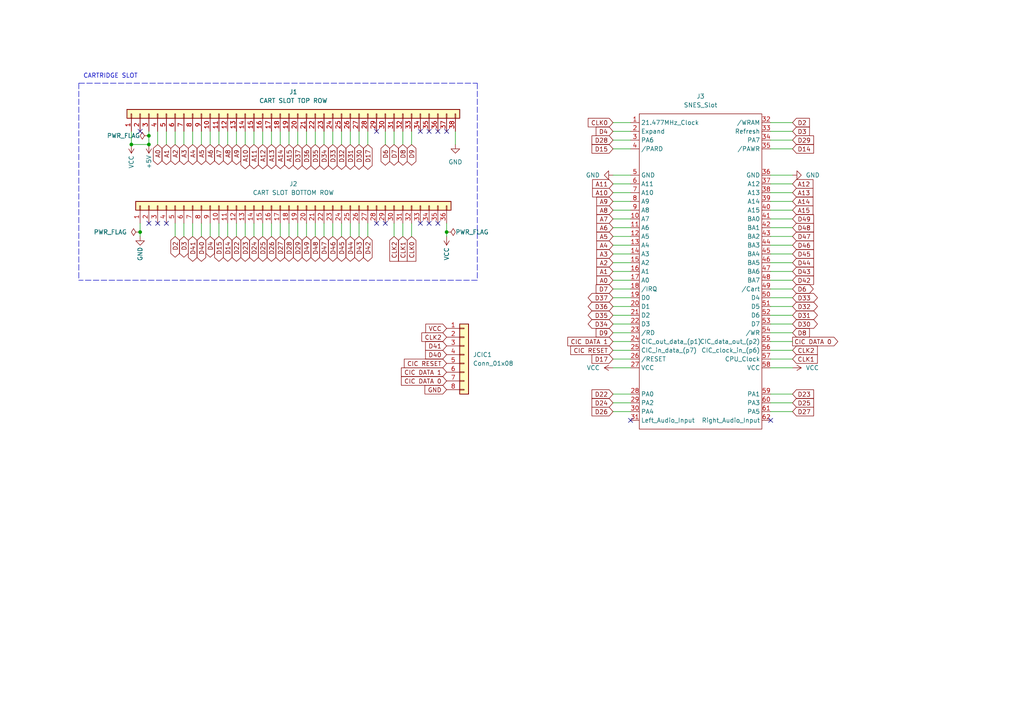
<source format=kicad_sch>
(kicad_sch (version 20211123) (generator eeschema)
  (paper "A4")
  (title_block (title "OSCR SNES ADAPTER") (date "2022-08-01") (rev "V2"))
  (lib_symbols
    (symbol "Connector_Generic:Conn_01x08" (pin_names (offset 1.016) hide)
      (property "Reference" "J" (at 0 10.16 0))
      (property "Value" "Conn_01x08" (at 0 -12.7 0))
      (symbol "Conn_01x08_1_1"
        (rectangle (start -1.27 -10.033) (end 0 -10.287) (stroke (width 0.1524)))
        (rectangle (start -1.27 -7.493) (end 0 -7.747) (stroke (width 0.1524)))
        (rectangle (start -1.27 -4.953) (end 0 -5.207) (stroke (width 0.1524)))
        (rectangle (start -1.27 -2.413) (end 0 -2.667) (stroke (width 0.1524)))
        (rectangle (start -1.27 0.127) (end 0 -0.127) (stroke (width 0.1524)))
        (rectangle (start -1.27 2.667) (end 0 2.413) (stroke (width 0.1524)))
        (rectangle (start -1.27 5.207) (end 0 4.953) (stroke (width 0.1524)))
        (rectangle (start -1.27 7.747) (end 0 7.493) (stroke (width 0.1524)))
        (rectangle (start -1.27 8.89) (end 1.27 -11.43) (stroke (width 0.254)) (fill (type background)))
        (pin passive line (at -5.08 7.62 0) (length 3.81) (name "Pin_1") (number "1"))
        (pin passive line (at -5.08 5.08 0) (length 3.81) (name "Pin_2") (number "2"))
        (pin passive line (at -5.08 2.54 0) (length 3.81) (name "Pin_3") (number "3"))
        (pin passive line (at -5.08 0 0) (length 3.81) (name "Pin_4") (number "4"))
        (pin passive line (at -5.08 -2.54 0) (length 3.81) (name "Pin_5") (number "5"))
        (pin passive line (at -5.08 -5.08 0) (length 3.81) (name "Pin_6") (number "6"))
        (pin passive line (at -5.08 -7.62 0) (length 3.81) (name "Pin_7") (number "7"))
        (pin passive line (at -5.08 -10.16 0) (length 3.81) (name "Pin_8") (number "8"))
      )
    )
    (symbol "Connector_Generic:Conn_01x36" (pin_names (offset 1.016) hide)
      (property "Reference" "J" (at 0 45.72 0))
      (property "Value" "Conn_01x36" (at 0 -48.26 0))
      (symbol "Conn_01x36_1_1"
        (rectangle (start -1.27 -45.593) (end 0 -45.847) (stroke (width 0.1524)))
        (rectangle (start -1.27 -43.053) (end 0 -43.307) (stroke (width 0.1524)))
        (rectangle (start -1.27 -40.513) (end 0 -40.767) (stroke (width 0.1524)))
        (rectangle (start -1.27 -37.973) (end 0 -38.227) (stroke (width 0.1524)))
        (rectangle (start -1.27 -35.433) (end 0 -35.687) (stroke (width 0.1524)))
        (rectangle (start -1.27 -32.893) (end 0 -33.147) (stroke (width 0.1524)))
        (rectangle (start -1.27 -30.353) (end 0 -30.607) (stroke (width 0.1524)))
        (rectangle (start -1.27 -27.813) (end 0 -28.067) (stroke (width 0.1524)))
        (rectangle (start -1.27 -25.273) (end 0 -25.527) (stroke (width 0.1524)))
        (rectangle (start -1.27 -22.733) (end 0 -22.987) (stroke (width 0.1524)))
        (rectangle (start -1.27 -20.193) (end 0 -20.447) (stroke (width 0.1524)))
        (rectangle (start -1.27 -17.653) (end 0 -17.907) (stroke (width 0.1524)))
        (rectangle (start -1.27 -15.113) (end 0 -15.367) (stroke (width 0.1524)))
        (rectangle (start -1.27 -12.573) (end 0 -12.827) (stroke (width 0.1524)))
        (rectangle (start -1.27 -10.033) (end 0 -10.287) (stroke (width 0.1524)))
        (rectangle (start -1.27 -7.493) (end 0 -7.747) (stroke (width 0.1524)))
        (rectangle (start -1.27 -4.953) (end 0 -5.207) (stroke (width 0.1524)))
        (rectangle (start -1.27 -2.413) (end 0 -2.667) (stroke (width 0.1524)))
        (rectangle (start -1.27 0.127) (end 0 -0.127) (stroke (width 0.1524)))
        (rectangle (start -1.27 2.667) (end 0 2.413) (stroke (width 0.1524)))
        (rectangle (start -1.27 5.207) (end 0 4.953) (stroke (width 0.1524)))
        (rectangle (start -1.27 7.747) (end 0 7.493) (stroke (width 0.1524)))
        (rectangle (start -1.27 10.287) (end 0 10.033) (stroke (width 0.1524)))
        (rectangle (start -1.27 12.827) (end 0 12.573) (stroke (width 0.1524)))
        (rectangle (start -1.27 15.367) (end 0 15.113) (stroke (width 0.1524)))
        (rectangle (start -1.27 17.907) (end 0 17.653) (stroke (width 0.1524)))
        (rectangle (start -1.27 20.447) (end 0 20.193) (stroke (width 0.1524)))
        (rectangle (start -1.27 22.987) (end 0 22.733) (stroke (width 0.1524)))
        (rectangle (start -1.27 25.527) (end 0 25.273) (stroke (width 0.1524)))
        (rectangle (start -1.27 28.067) (end 0 27.813) (stroke (width 0.1524)))
        (rectangle (start -1.27 30.607) (end 0 30.353) (stroke (width 0.1524)))
        (rectangle (start -1.27 33.147) (end 0 32.893) (stroke (width 0.1524)))
        (rectangle (start -1.27 35.687) (end 0 35.433) (stroke (width 0.1524)))
        (rectangle (start -1.27 38.227) (end 0 37.973) (stroke (width 0.1524)))
        (rectangle (start -1.27 40.767) (end 0 40.513) (stroke (width 0.1524)))
        (rectangle (start -1.27 43.307) (end 0 43.053) (stroke (width 0.1524)))
        (rectangle (start -1.27 44.45) (end 1.27 -46.99) (stroke (width 0.254)) (fill (type background)))
        (pin passive line (at -5.08 43.18 0) (length 3.81) (name "Pin_1") (number "1"))
        (pin passive line (at -5.08 20.32 0) (length 3.81) (name "Pin_10") (number "10"))
        (pin passive line (at -5.08 17.78 0) (length 3.81) (name "Pin_11") (number "11"))
        (pin passive line (at -5.08 15.24 0) (length 3.81) (name "Pin_12") (number "12"))
        (pin passive line (at -5.08 12.7 0) (length 3.81) (name "Pin_13") (number "13"))
        (pin passive line (at -5.08 10.16 0) (length 3.81) (name "Pin_14") (number "14"))
        (pin passive line (at -5.08 7.62 0) (length 3.81) (name "Pin_15") (number "15"))
        (pin passive line (at -5.08 5.08 0) (length 3.81) (name "Pin_16") (number "16"))
        (pin passive line (at -5.08 2.54 0) (length 3.81) (name "Pin_17") (number "17"))
        (pin passive line (at -5.08 0 0) (length 3.81) (name "Pin_18") (number "18"))
        (pin passive line (at -5.08 -2.54 0) (length 3.81) (name "Pin_19") (number "19"))
        (pin passive line (at -5.08 40.64 0) (length 3.81) (name "Pin_2") (number "2"))
        (pin passive line (at -5.08 -5.08 0) (length 3.81) (name "Pin_20") (number "20"))
        (pin passive line (at -5.08 -7.62 0) (length 3.81) (name "Pin_21") (number "21"))
        (pin passive line (at -5.08 -10.16 0) (length 3.81) (name "Pin_22") (number "22"))
        (pin passive line (at -5.08 -12.7 0) (length 3.81) (name "Pin_23") (number "23"))
        (pin passive line (at -5.08 -15.24 0) (length 3.81) (name "Pin_24") (number "24"))
        (pin passive line (at -5.08 -17.78 0) (length 3.81) (name "Pin_25") (number "25"))
        (pin passive line (at -5.08 -20.32 0) (length 3.81) (name "Pin_26") (number "26"))
        (pin passive line (at -5.08 -22.86 0) (length 3.81) (name "Pin_27") (number "27"))
        (pin passive line (at -5.08 -25.4 0) (length 3.81) (name "Pin_28") (number "28"))
        (pin passive line (at -5.08 -27.94 0) (length 3.81) (name "Pin_29") (number "29"))
        (pin passive line (at -5.08 38.1 0) (length 3.81) (name "Pin_3") (number "3"))
        (pin passive line (at -5.08 -30.48 0) (length 3.81) (name "Pin_30") (number "30"))
        (pin passive line (at -5.08 -33.02 0) (length 3.81) (name "Pin_31") (number "31"))
        (pin passive line (at -5.08 -35.56 0) (length 3.81) (name "Pin_32") (number "32"))
        (pin passive line (at -5.08 -38.1 0) (length 3.81) (name "Pin_33") (number "33"))
        (pin passive line (at -5.08 -40.64 0) (length 3.81) (name "Pin_34") (number "34"))
        (pin passive line (at -5.08 -43.18 0) (length 3.81) (name "Pin_35") (number "35"))
        (pin passive line (at -5.08 -45.72 0) (length 3.81) (name "Pin_36") (number "36"))
        (pin passive line (at -5.08 35.56 0) (length 3.81) (name "Pin_4") (number "4"))
        (pin passive line (at -5.08 33.02 0) (length 3.81) (name "Pin_5") (number "5"))
        (pin passive line (at -5.08 30.48 0) (length 3.81) (name "Pin_6") (number "6"))
        (pin passive line (at -5.08 27.94 0) (length 3.81) (name "Pin_7") (number "7"))
        (pin passive line (at -5.08 25.4 0) (length 3.81) (name "Pin_8") (number "8"))
        (pin passive line (at -5.08 22.86 0) (length 3.81) (name "Pin_9") (number "9"))
      )
    )
    (symbol "Connector_Generic:Conn_01x38" (pin_names (offset 1.016) hide)
      (property "Reference" "J" (at 0 48.26 0))
      (property "Value" "Conn_01x38" (at 0 -50.8 0))
      (symbol "Conn_01x38_1_1"
        (rectangle (start -1.27 -48.133) (end 0 -48.387) (stroke (width 0.1524)))
        (rectangle (start -1.27 -45.593) (end 0 -45.847) (stroke (width 0.1524)))
        (rectangle (start -1.27 -43.053) (end 0 -43.307) (stroke (width 0.1524)))
        (rectangle (start -1.27 -40.513) (end 0 -40.767) (stroke (width 0.1524)))
        (rectangle (start -1.27 -37.973) (end 0 -38.227) (stroke (width 0.1524)))
        (rectangle (start -1.27 -35.433) (end 0 -35.687) (stroke (width 0.1524)))
        (rectangle (start -1.27 -32.893) (end 0 -33.147) (stroke (width 0.1524)))
        (rectangle (start -1.27 -30.353) (end 0 -30.607) (stroke (width 0.1524)))
        (rectangle (start -1.27 -27.813) (end 0 -28.067) (stroke (width 0.1524)))
        (rectangle (start -1.27 -25.273) (end 0 -25.527) (stroke (width 0.1524)))
        (rectangle (start -1.27 -22.733) (end 0 -22.987) (stroke (width 0.1524)))
        (rectangle (start -1.27 -20.193) (end 0 -20.447) (stroke (width 0.1524)))
        (rectangle (start -1.27 -17.653) (end 0 -17.907) (stroke (width 0.1524)))
        (rectangle (start -1.27 -15.113) (end 0 -15.367) (stroke (width 0.1524)))
        (rectangle (start -1.27 -12.573) (end 0 -12.827) (stroke (width 0.1524)))
        (rectangle (start -1.27 -10.033) (end 0 -10.287) (stroke (width 0.1524)))
        (rectangle (start -1.27 -7.493) (end 0 -7.747) (stroke (width 0.1524)))
        (rectangle (start -1.27 -4.953) (end 0 -5.207) (stroke (width 0.1524)))
        (rectangle (start -1.27 -2.413) (end 0 -2.667) (stroke (width 0.1524)))
        (rectangle (start -1.27 0.127) (end 0 -0.127) (stroke (width 0.1524)))
        (rectangle (start -1.27 2.667) (end 0 2.413) (stroke (width 0.1524)))
        (rectangle (start -1.27 5.207) (end 0 4.953) (stroke (width 0.1524)))
        (rectangle (start -1.27 7.747) (end 0 7.493) (stroke (width 0.1524)))
        (rectangle (start -1.27 10.287) (end 0 10.033) (stroke (width 0.1524)))
        (rectangle (start -1.27 12.827) (end 0 12.573) (stroke (width 0.1524)))
        (rectangle (start -1.27 15.367) (end 0 15.113) (stroke (width 0.1524)))
        (rectangle (start -1.27 17.907) (end 0 17.653) (stroke (width 0.1524)))
        (rectangle (start -1.27 20.447) (end 0 20.193) (stroke (width 0.1524)))
        (rectangle (start -1.27 22.987) (end 0 22.733) (stroke (width 0.1524)))
        (rectangle (start -1.27 25.527) (end 0 25.273) (stroke (width 0.1524)))
        (rectangle (start -1.27 28.067) (end 0 27.813) (stroke (width 0.1524)))
        (rectangle (start -1.27 30.607) (end 0 30.353) (stroke (width 0.1524)))
        (rectangle (start -1.27 33.147) (end 0 32.893) (stroke (width 0.1524)))
        (rectangle (start -1.27 35.687) (end 0 35.433) (stroke (width 0.1524)))
        (rectangle (start -1.27 38.227) (end 0 37.973) (stroke (width 0.1524)))
        (rectangle (start -1.27 40.767) (end 0 40.513) (stroke (width 0.1524)))
        (rectangle (start -1.27 43.307) (end 0 43.053) (stroke (width 0.1524)))
        (rectangle (start -1.27 45.847) (end 0 45.593) (stroke (width 0.1524)))
        (rectangle (start -1.27 46.99) (end 1.27 -49.53) (stroke (width 0.254)) (fill (type background)))
        (pin passive line (at -5.08 45.72 0) (length 3.81) (name "Pin_1") (number "1"))
        (pin passive line (at -5.08 22.86 0) (length 3.81) (name "Pin_10") (number "10"))
        (pin passive line (at -5.08 20.32 0) (length 3.81) (name "Pin_11") (number "11"))
        (pin passive line (at -5.08 17.78 0) (length 3.81) (name "Pin_12") (number "12"))
        (pin passive line (at -5.08 15.24 0) (length 3.81) (name "Pin_13") (number "13"))
        (pin passive line (at -5.08 12.7 0) (length 3.81) (name "Pin_14") (number "14"))
        (pin passive line (at -5.08 10.16 0) (length 3.81) (name "Pin_15") (number "15"))
        (pin passive line (at -5.08 7.62 0) (length 3.81) (name "Pin_16") (number "16"))
        (pin passive line (at -5.08 5.08 0) (length 3.81) (name "Pin_17") (number "17"))
        (pin passive line (at -5.08 2.54 0) (length 3.81) (name "Pin_18") (number "18"))
        (pin passive line (at -5.08 0 0) (length 3.81) (name "Pin_19") (number "19"))
        (pin passive line (at -5.08 43.18 0) (length 3.81) (name "Pin_2") (number "2"))
        (pin passive line (at -5.08 -2.54 0) (length 3.81) (name "Pin_20") (number "20"))
        (pin passive line (at -5.08 -5.08 0) (length 3.81) (name "Pin_21") (number "21"))
        (pin passive line (at -5.08 -7.62 0) (length 3.81) (name "Pin_22") (number "22"))
        (pin passive line (at -5.08 -10.16 0) (length 3.81) (name "Pin_23") (number "23"))
        (pin passive line (at -5.08 -12.7 0) (length 3.81) (name "Pin_24") (number "24"))
        (pin passive line (at -5.08 -15.24 0) (length 3.81) (name "Pin_25") (number "25"))
        (pin passive line (at -5.08 -17.78 0) (length 3.81) (name "Pin_26") (number "26"))
        (pin passive line (at -5.08 -20.32 0) (length 3.81) (name "Pin_27") (number "27"))
        (pin passive line (at -5.08 -22.86 0) (length 3.81) (name "Pin_28") (number "28"))
        (pin passive line (at -5.08 -25.4 0) (length 3.81) (name "Pin_29") (number "29"))
        (pin passive line (at -5.08 40.64 0) (length 3.81) (name "Pin_3") (number "3"))
        (pin passive line (at -5.08 -27.94 0) (length 3.81) (name "Pin_30") (number "30"))
        (pin passive line (at -5.08 -30.48 0) (length 3.81) (name "Pin_31") (number "31"))
        (pin passive line (at -5.08 -33.02 0) (length 3.81) (name "Pin_32") (number "32"))
        (pin passive line (at -5.08 -35.56 0) (length 3.81) (name "Pin_33") (number "33"))
        (pin passive line (at -5.08 -38.1 0) (length 3.81) (name "Pin_34") (number "34"))
        (pin passive line (at -5.08 -40.64 0) (length 3.81) (name "Pin_35") (number "35"))
        (pin passive line (at -5.08 -43.18 0) (length 3.81) (name "Pin_36") (number "36"))
        (pin passive line (at -5.08 -45.72 0) (length 3.81) (name "Pin_37") (number "37"))
        (pin passive line (at -5.08 -48.26 0) (length 3.81) (name "Pin_38") (number "38"))
        (pin passive line (at -5.08 38.1 0) (length 3.81) (name "Pin_4") (number "4"))
        (pin passive line (at -5.08 35.56 0) (length 3.81) (name "Pin_5") (number "5"))
        (pin passive line (at -5.08 33.02 0) (length 3.81) (name "Pin_6") (number "6"))
        (pin passive line (at -5.08 30.48 0) (length 3.81) (name "Pin_7") (number "7"))
        (pin passive line (at -5.08 27.94 0) (length 3.81) (name "Pin_8") (number "8"))
        (pin passive line (at -5.08 25.4 0) (length 3.81) (name "Pin_9") (number "9"))
      )
    )
    (symbol "power:+5V" (power) (pin_names (offset 0))
      (property "Value" "+5V" (at 0 3.556 0))
      (symbol "+5V_0_1"
        (polyline (pts (xy -0.762 1.27) (xy 0 2.54)))
        (polyline (pts (xy 0 0) (xy 0 2.54)))
        (polyline (pts (xy 0 2.54) (xy 0.762 1.27)))
      )
      (symbol "+5V_1_1"
        (pin power_in line (at 0 0 90) (length 0) hide (name "+5V") (number "1"))
      )
    )
    (symbol "power:GND" (power) (pin_names (offset 0))
      (property "Value" "GND" (at 0 -3.81 0))
      (symbol "GND_0_1"
        (polyline (pts (xy 0 0) (xy 0 -1.27) (xy 1.27 -1.27) (xy 0 -2.54) (xy -1.27 -1.27) (xy 0 -1.27)))
      )
      (symbol "GND_1_1"
        (pin power_in line (at 0 0 270) (length 0) hide (name "GND") (number "1"))
      )
    )
    (symbol "power:PWR_FLAG" (power) (pin_numbers hide) (pin_names (offset 0) hide)
      (property "Value" "PWR_FLAG" (at 0 3.81 0))
      (symbol "PWR_FLAG_0_0"
        (pin power_out line (at 0 0 90) (length 0) (name "pwr") (number "1"))
      )
      (symbol "PWR_FLAG_0_1"
        (polyline (pts (xy 0 0) (xy 0 1.27) (xy -1.016 1.905) (xy 0 2.54) (xy 1.016 1.905) (xy 0 1.27)))
      )
    )
    (symbol "power:VCC" (power) (pin_names (offset 0))
      (property "Value" "VCC" (at 0 3.81 0))
      (symbol "VCC_0_1"
        (polyline (pts (xy -0.762 1.27) (xy 0 2.54)))
        (polyline (pts (xy 0 0) (xy 0 2.54)))
        (polyline (pts (xy 0 2.54) (xy 0.762 1.27)))
      )
      (symbol "VCC_1_1"
        (pin power_in line (at 0 0 90) (length 0) hide (name "VCC") (number "1"))
      )
    )
    (symbol "sanni:SNES_Slot"
      (property "Reference" "J" (at 12.7 45.72 0))
      (property "Value" "SNES_Slot" (at -11.43 45.72 0))
      (symbol "SNES_Slot_0_1"
        (rectangle (start -16.51 44.45) (end 19.05 -46.99) (stroke (width 0.1524)))
      )
      (symbol "SNES_Slot_1_1"
        (pin input line (at -19.05 41.91 0) (length 2.54) (name "21.477MHz_Clock") (number "1"))
        (pin input line (at -19.05 13.97 0) (length 2.54) (name "A7") (number "10"))
        (pin input line (at -19.05 11.43 0) (length 2.54) (name "A6") (number "11"))
        (pin input line (at -19.05 8.89 0) (length 2.54) (name "A5") (number "12"))
        (pin input line (at -19.05 6.35 0) (length 2.54) (name "A4") (number "13"))
        (pin input line (at -19.05 3.81 0) (length 2.54) (name "A3") (number "14"))
        (pin input line (at -19.05 1.27 0) (length 2.54) (name "A2") (number "15"))
        (pin input line (at -19.05 -1.27 0) (length 2.54) (name "A1") (number "16"))
        (pin input line (at -19.05 -3.81 0) (length 2.54) (name "A0") (number "17"))
        (pin input line (at -19.05 -6.35 0) (length 2.54) (name "/IRQ") (number "18"))
        (pin bidirectional line (at -19.05 -8.89 0) (length 2.54) (name "D0") (number "19"))
        (pin input line (at -19.05 39.37 0) (length 2.54) (name "Expand") (number "2"))
        (pin bidirectional line (at -19.05 -11.43 0) (length 2.54) (name "D1") (number "20"))
        (pin bidirectional line (at -19.05 -13.97 0) (length 2.54) (name "D2") (number "21"))
        (pin bidirectional line (at -19.05 -16.51 0) (length 2.54) (name "D3") (number "22"))
        (pin input line (at -19.05 -19.05 0) (length 2.54) (name "/RD") (number "23"))
        (pin output line (at -19.05 -21.59 0) (length 2.54) (name "CIC_out_data_(p1)") (number "24"))
        (pin input line (at -19.05 -24.13 0) (length 2.54) (name "CIC_in_data_(p7)") (number "25"))
        (pin input line (at -19.05 -26.67 0) (length 2.54) (name "/RESET") (number "26"))
        (pin power_in line (at -19.05 -29.21 0) (length 2.54) (name "VCC") (number "27"))
        (pin input line (at -19.05 -36.83 0) (length 2.54) (name "PA0") (number "28"))
        (pin input line (at -19.05 -39.37 0) (length 2.54) (name "PA2") (number "29"))
        (pin input line (at -19.05 36.83 0) (length 2.54) (name "PA6") (number "3"))
        (pin input line (at -19.05 -41.91 0) (length 2.54) (name "PA4") (number "30"))
        (pin input line (at -19.05 -44.45 0) (length 2.54) (name "Left_Audio_Input") (number "31"))
        (pin input line (at 21.59 41.91 180) (length 2.54) (name "/WRAM") (number "32"))
        (pin input line (at 21.59 39.37 180) (length 2.54) (name "Refresh") (number "33"))
        (pin input line (at 21.59 36.83 180) (length 2.54) (name "PA7") (number "34"))
        (pin input line (at 21.59 34.29 180) (length 2.54) (name "/PAWR") (number "35"))
        (pin power_in line (at 21.59 26.67 180) (length 2.54) (name "GND") (number "36"))
        (pin input line (at 21.59 24.13 180) (length 2.54) (name "A12") (number "37"))
        (pin input line (at 21.59 21.59 180) (length 2.54) (name "A13") (number "38"))
        (pin input line (at 21.59 19.05 180) (length 2.54) (name "A14") (number "39"))
        (pin input line (at -19.05 34.29 0) (length 2.54) (name "/PARD") (number "4"))
        (pin input line (at 21.59 16.51 180) (length 2.54) (name "A15") (number "40"))
        (pin input line (at 21.59 13.97 180) (length 2.54) (name "BA0") (number "41"))
        (pin input line (at 21.59 11.43 180) (length 2.54) (name "BA1") (number "42"))
        (pin input line (at 21.59 8.89 180) (length 2.54) (name "BA2") (number "43"))
        (pin input line (at 21.59 6.35 180) (length 2.54) (name "BA3") (number "44"))
        (pin input line (at 21.59 3.81 180) (length 2.54) (name "BA4") (number "45"))
        (pin input line (at 21.59 1.27 180) (length 2.54) (name "BA5") (number "46"))
        (pin input line (at 21.59 -1.27 180) (length 2.54) (name "BA6") (number "47"))
        (pin input line (at 21.59 -3.81 180) (length 2.54) (name "BA7") (number "48"))
        (pin input line (at 21.59 -6.35 180) (length 2.54) (name "/Cart") (number "49"))
        (pin power_in line (at -19.05 26.67 0) (length 2.54) (name "GND") (number "5"))
        (pin bidirectional line (at 21.59 -8.89 180) (length 2.54) (name "D4") (number "50"))
        (pin bidirectional line (at 21.59 -11.43 180) (length 2.54) (name "D5") (number "51"))
        (pin bidirectional line (at 21.59 -13.97 180) (length 2.54) (name "D6") (number "52"))
        (pin bidirectional line (at 21.59 -16.51 180) (length 2.54) (name "D7") (number "53"))
        (pin input line (at 21.59 -19.05 180) (length 2.54) (name "/WR") (number "54"))
        (pin output line (at 21.59 -21.59 180) (length 2.54) (name "CIC_data_out_(p2)") (number "55"))
        (pin input line (at 21.59 -24.13 180) (length 2.54) (name "CIC_clock_in_(p6)") (number "56"))
        (pin input line (at 21.59 -26.67 180) (length 2.54) (name "CPU_Clock") (number "57"))
        (pin power_in line (at 21.59 -29.21 180) (length 2.54) (name "VCC") (number "58"))
        (pin input line (at 21.59 -36.83 180) (length 2.54) (name "PA1") (number "59"))
        (pin input line (at -19.05 24.13 0) (length 2.54) (name "A11") (number "6"))
        (pin input line (at 21.59 -39.37 180) (length 2.54) (name "PA3") (number "60"))
        (pin input line (at 21.59 -41.91 180) (length 2.54) (name "PA5") (number "61"))
        (pin input line (at 21.59 -44.45 180) (length 2.54) (name "Right_Audio_Input") (number "62"))
        (pin input line (at -19.05 21.59 0) (length 2.54) (name "A10") (number "7"))
        (pin input line (at -19.05 19.05 0) (length 2.54) (name "A9") (number "8"))
        (pin input line (at -19.05 16.51 0) (length 2.54) (name "A8") (number "9"))
      )
    )
  )
  (junction (at 43.18 41.91))
  (junction (at 38.1 41.91))
  (junction (at 40.64 67.31))
  (junction (at 129.54 67.31))
  (junction (at 43.18 39.37))
  (no_connect (at 109.22 38.1))
  (no_connect (at 40.64 38.1))
  (no_connect (at 182.88 121.92))
  (no_connect (at 223.52 121.92))
  (no_connect (at 121.92 64.77))
  (no_connect (at 124.46 64.77))
  (no_connect (at 127 64.77))
  (no_connect (at 121.92 38.1))
  (no_connect (at 124.46 38.1))
  (no_connect (at 127 38.1))
  (no_connect (at 129.54 38.1))
  (no_connect (at 43.18 64.77))
  (no_connect (at 45.72 64.77))
  (no_connect (at 48.26 64.77))
  (no_connect (at 109.22 64.77))
  (no_connect (at 111.76 64.77))
  (wire (pts (xy 177.8 55.88) (xy 182.88 55.88)))
  (wire (pts (xy 53.34 64.77) (xy 53.34 68.58)))
  (wire (pts (xy 223.52 38.1) (xy 229.87 38.1)))
  (wire (pts (xy 177.8 43.18) (xy 182.88 43.18)))
  (wire (pts (xy 60.96 64.77) (xy 60.96 68.58)))
  (wire (pts (xy 177.8 78.74) (xy 182.88 78.74)))
  (wire (pts (xy 114.3 38.1) (xy 114.3 41.91)))
  (wire (pts (xy 96.52 38.1) (xy 96.52 41.91)))
  (wire (pts (xy 177.8 86.36) (xy 182.88 86.36)))
  (wire (pts (xy 81.28 38.1) (xy 81.28 41.91)))
  (wire (pts (xy 223.52 101.6) (xy 229.87 101.6)))
  (wire (pts (xy 223.52 68.58) (xy 229.87 68.58)))
  (wire (pts (xy 177.8 101.6) (xy 182.88 101.6)))
  (wire (pts (xy 86.36 64.77) (xy 86.36 68.58)))
  (wire (pts (xy 177.8 99.06) (xy 182.88 99.06)))
  (wire (pts (xy 223.52 81.28) (xy 229.87 81.28)))
  (wire (pts (xy 177.8 116.84) (xy 182.88 116.84)))
  (wire (pts (xy 177.8 88.9) (xy 182.88 88.9)))
  (wire (pts (xy 223.52 55.88) (xy 229.87 55.88)))
  (wire (pts (xy 223.52 86.36) (xy 229.87 86.36)))
  (wire (pts (xy 177.8 63.5) (xy 182.88 63.5)))
  (wire (pts (xy 223.52 63.5) (xy 229.87 63.5)))
  (wire (pts (xy 111.76 38.1) (xy 111.76 41.91)))
  (wire (pts (xy 45.72 38.1) (xy 45.72 41.91)))
  (wire (pts (xy 78.74 38.1) (xy 78.74 41.91)))
  (wire (pts (xy 177.8 71.12) (xy 182.88 71.12)))
  (wire (pts (xy 38.1 38.1) (xy 38.1 41.91)))
  (wire (pts (xy 76.2 38.1) (xy 76.2 41.91)))
  (wire (pts (xy 83.82 64.77) (xy 83.82 68.58)))
  (wire (pts (xy 119.38 64.77) (xy 119.38 68.58)))
  (wire (pts (xy 114.3 64.77) (xy 114.3 68.58)))
  (wire (pts (xy 177.8 60.96) (xy 182.88 60.96)))
  (wire (pts (xy 177.8 38.1) (xy 182.88 38.1)))
  (wire (pts (xy 76.2 64.77) (xy 76.2 68.58)))
  (wire (pts (xy 223.52 35.56) (xy 229.87 35.56)))
  (wire (pts (xy 177.8 76.2) (xy 182.88 76.2)))
  (wire (pts (xy 223.52 99.06) (xy 229.87 99.06)))
  (wire (pts (xy 68.58 38.1) (xy 68.58 41.91)))
  (wire (pts (xy 43.18 38.1) (xy 43.18 39.37)))
  (wire (pts (xy 43.18 39.37) (xy 43.18 41.91)))
  (wire (pts (xy 50.8 38.1) (xy 50.8 41.91)))
  (wire (pts (xy 223.52 78.74) (xy 229.87 78.74)))
  (wire (pts (xy 223.52 119.38) (xy 229.87 119.38)))
  (wire (pts (xy 223.52 83.82) (xy 229.87 83.82)))
  (wire (pts (xy 48.26 38.1) (xy 48.26 41.91)))
  (wire (pts (xy 86.36 38.1) (xy 86.36 41.91)))
  (wire (pts (xy 177.8 35.56) (xy 182.88 35.56)))
  (wire (pts (xy 223.52 104.14) (xy 229.87 104.14)))
  (wire (pts (xy 101.6 64.77) (xy 101.6 68.58)))
  (wire (pts (xy 223.52 96.52) (xy 229.87 96.52)))
  (wire (pts (xy 73.66 38.1) (xy 73.66 41.91)))
  (wire (pts (xy 83.82 38.1) (xy 83.82 41.91)))
  (wire (pts (xy 93.98 64.77) (xy 93.98 68.58)))
  (polyline (pts (xy 22.86 24.13) (xy 22.86 81.28)))
  (polyline (pts (xy 22.86 24.13) (xy 138.43 24.13)))
  (polyline (pts (xy 138.43 24.13) (xy 138.43 81.28)))
  (polyline (pts (xy 138.43 81.28) (xy 22.86 81.28)))
  (wire (pts (xy 58.42 64.77) (xy 58.42 68.58)))
  (wire (pts (xy 55.88 38.1) (xy 55.88 41.91)))
  (wire (pts (xy 177.8 114.3) (xy 182.88 114.3)))
  (wire (pts (xy 104.14 38.1) (xy 104.14 41.91)))
  (wire (pts (xy 99.06 38.1) (xy 99.06 41.91)))
  (wire (pts (xy 223.52 66.04) (xy 229.87 66.04)))
  (wire (pts (xy 99.06 64.77) (xy 99.06 68.58)))
  (wire (pts (xy 81.28 64.77) (xy 81.28 68.58)))
  (wire (pts (xy 68.58 64.77) (xy 68.58 68.58)))
  (wire (pts (xy 71.12 38.1) (xy 71.12 41.91)))
  (wire (pts (xy 223.52 53.34) (xy 229.87 53.34)))
  (wire (pts (xy 91.44 38.1) (xy 91.44 41.91)))
  (wire (pts (xy 116.84 38.1) (xy 116.84 41.91)))
  (wire (pts (xy 223.52 73.66) (xy 229.87 73.66)))
  (wire (pts (xy 177.8 81.28) (xy 182.88 81.28)))
  (wire (pts (xy 177.8 104.14) (xy 182.88 104.14)))
  (wire (pts (xy 50.8 64.77) (xy 50.8 68.58)))
  (wire (pts (xy 177.8 91.44) (xy 182.88 91.44)))
  (wire (pts (xy 38.1 41.91) (xy 43.18 41.91)))
  (wire (pts (xy 223.52 76.2) (xy 229.87 76.2)))
  (wire (pts (xy 71.12 64.77) (xy 71.12 68.58)))
  (wire (pts (xy 177.8 58.42) (xy 182.88 58.42)))
  (wire (pts (xy 58.42 38.1) (xy 58.42 41.91)))
  (wire (pts (xy 177.8 96.52) (xy 182.88 96.52)))
  (wire (pts (xy 223.52 40.64) (xy 229.87 40.64)))
  (wire (pts (xy 177.8 50.8) (xy 182.88 50.8)))
  (wire (pts (xy 223.52 93.98) (xy 229.87 93.98)))
  (wire (pts (xy 177.8 53.34) (xy 182.88 53.34)))
  (wire (pts (xy 177.8 83.82) (xy 182.88 83.82)))
  (wire (pts (xy 53.34 38.1) (xy 53.34 41.91)))
  (wire (pts (xy 223.52 71.12) (xy 229.87 71.12)))
  (wire (pts (xy 116.84 64.77) (xy 116.84 68.58)))
  (wire (pts (xy 106.68 38.1) (xy 106.68 41.91)))
  (wire (pts (xy 223.52 50.8) (xy 229.87 50.8)))
  (wire (pts (xy 63.5 38.1) (xy 63.5 41.91)))
  (wire (pts (xy 96.52 64.77) (xy 96.52 68.58)))
  (wire (pts (xy 66.04 64.77) (xy 66.04 68.58)))
  (wire (pts (xy 223.52 60.96) (xy 229.87 60.96)))
  (wire (pts (xy 177.8 106.68) (xy 182.88 106.68)))
  (wire (pts (xy 177.8 93.98) (xy 182.88 93.98)))
  (wire (pts (xy 223.52 43.18) (xy 229.87 43.18)))
  (wire (pts (xy 132.08 38.1) (xy 132.08 41.91)))
  (wire (pts (xy 177.8 73.66) (xy 182.88 73.66)))
  (wire (pts (xy 78.74 64.77) (xy 78.74 68.58)))
  (wire (pts (xy 223.52 91.44) (xy 229.87 91.44)))
  (wire (pts (xy 223.52 106.68) (xy 229.87 106.68)))
  (wire (pts (xy 119.38 38.1) (xy 119.38 41.91)))
  (wire (pts (xy 223.52 58.42) (xy 229.87 58.42)))
  (wire (pts (xy 66.04 38.1) (xy 66.04 41.91)))
  (wire (pts (xy 60.96 38.1) (xy 60.96 41.91)))
  (wire (pts (xy 88.9 64.77) (xy 88.9 68.58)))
  (wire (pts (xy 223.52 114.3) (xy 229.87 114.3)))
  (wire (pts (xy 88.9 38.1) (xy 88.9 41.91)))
  (wire (pts (xy 177.8 68.58) (xy 182.88 68.58)))
  (wire (pts (xy 177.8 66.04) (xy 182.88 66.04)))
  (wire (pts (xy 91.44 64.77) (xy 91.44 68.58)))
  (wire (pts (xy 73.66 64.77) (xy 73.66 68.58)))
  (wire (pts (xy 129.54 64.77) (xy 129.54 67.31)))
  (wire (pts (xy 129.54 67.31) (xy 129.54 68.58)))
  (wire (pts (xy 223.52 116.84) (xy 229.87 116.84)))
  (wire (pts (xy 177.8 119.38) (xy 182.88 119.38)))
  (wire (pts (xy 93.98 38.1) (xy 93.98 41.91)))
  (wire (pts (xy 55.88 64.77) (xy 55.88 68.58)))
  (wire (pts (xy 101.6 38.1) (xy 101.6 41.91)))
  (wire (pts (xy 177.8 40.64) (xy 182.88 40.64)))
  (wire (pts (xy 40.64 64.77) (xy 40.64 67.31)))
  (wire (pts (xy 40.64 67.31) (xy 40.64 68.58)))
  (wire (pts (xy 104.14 64.77) (xy 104.14 68.58)))
  (wire (pts (xy 106.68 64.77) (xy 106.68 68.58)))
  (wire (pts (xy 63.5 64.77) (xy 63.5 68.58)))
  (wire (pts (xy 223.52 88.9) (xy 229.87 88.9)))
  (text "CARTRIDGE SLOT" (at 24.13 22.86 0) (effects (font (size 1.27 1.27)) (justify left bottom)))
  (global_label "D33" (shape bidirectional) (at 229.87 86.36 0) (property "Intersheet References" "${INTERSHEET_REFS}" (effects hide)))
  (global_label "A6" (shape bidirectional) (at 60.96 41.91 270) (property "Intersheet References" "${INTERSHEET_REFS}" (effects hide)))
  (global_label "CIC DATA 1" (shape input) (at 129.54 107.95 180) (property "Intersheet References" "${INTERSHEET_REFS}" (effects hide)))
  (global_label "A8" (shape input) (at 177.8 60.96 180) (property "Intersheet References" "${INTERSHEET_REFS}" (effects hide)))
  (global_label "CIC RESET" (shape input) (at 129.54 105.41 180) (property "Intersheet References" "${INTERSHEET_REFS}" (effects hide)))
  (global_label "D29" (shape bidirectional) (at 86.36 68.58 270) (property "Intersheet References" "${INTERSHEET_REFS}" (effects hide)))
  (global_label "D27" (shape input) (at 229.87 119.38 0) (property "Intersheet References" "${INTERSHEET_REFS}" (effects hide)))
  (global_label "A9" (shape bidirectional) (at 68.58 41.91 270) (property "Intersheet References" "${INTERSHEET_REFS}" (effects hide)))
  (global_label "D2" (shape input) (at 229.87 35.56 0) (property "Intersheet References" "${INTERSHEET_REFS}" (effects hide)))
  (global_label "D28" (shape input) (at 177.8 40.64 180) (property "Intersheet References" "${INTERSHEET_REFS}" (effects hide)))
  (global_label "D31" (shape bidirectional) (at 101.6 41.91 270) (property "Intersheet References" "${INTERSHEET_REFS}" (effects hide)))
  (global_label "D24" (shape bidirectional) (at 73.66 68.58 270) (property "Intersheet References" "${INTERSHEET_REFS}" (effects hide)))
  (global_label "CLK2" (shape input) (at 229.87 101.6 0) (property "Intersheet References" "${INTERSHEET_REFS}" (effects hide)))
  (global_label "D17" (shape bidirectional) (at 106.68 41.91 270) (property "Intersheet References" "${INTERSHEET_REFS}" (effects hide)))
  (global_label "D34" (shape bidirectional) (at 93.98 41.91 270) (property "Intersheet References" "${INTERSHEET_REFS}" (effects hide)))
  (global_label "A11" (shape bidirectional) (at 73.66 41.91 270) (property "Intersheet References" "${INTERSHEET_REFS}" (effects hide)))
  (global_label "D46" (shape bidirectional) (at 96.52 68.58 270) (property "Intersheet References" "${INTERSHEET_REFS}" (effects hide)))
  (global_label "D25" (shape bidirectional) (at 76.2 68.58 270) (property "Intersheet References" "${INTERSHEET_REFS}" (effects hide)))
  (global_label "D44" (shape input) (at 229.87 76.2 0) (property "Intersheet References" "${INTERSHEET_REFS}" (effects hide)))
  (global_label "CLK1" (shape input) (at 116.84 68.58 270) (property "Intersheet References" "${INTERSHEET_REFS}" (effects hide)))
  (global_label "A5" (shape bidirectional) (at 58.42 41.91 270) (property "Intersheet References" "${INTERSHEET_REFS}" (effects hide)))
  (global_label "A15" (shape input) (at 229.87 60.96 0) (property "Intersheet References" "${INTERSHEET_REFS}" (effects hide)))
  (global_label "D37" (shape bidirectional) (at 177.8 86.36 180) (property "Intersheet References" "${INTERSHEET_REFS}" (effects hide)))
  (global_label "D49" (shape bidirectional) (at 88.9 68.58 270) (property "Intersheet References" "${INTERSHEET_REFS}" (effects hide)))
  (global_label "D29" (shape input) (at 229.87 40.64 0) (property "Intersheet References" "${INTERSHEET_REFS}" (effects hide)))
  (global_label "D7" (shape bidirectional) (at 114.3 41.91 270) (property "Intersheet References" "${INTERSHEET_REFS}" (effects hide)))
  (global_label "D26" (shape input) (at 177.8 119.38 180) (property "Intersheet References" "${INTERSHEET_REFS}" (effects hide)))
  (global_label "D25" (shape input) (at 229.87 116.84 0) (property "Intersheet References" "${INTERSHEET_REFS}" (effects hide)))
  (global_label "A2" (shape input) (at 177.8 76.2 180) (property "Intersheet References" "${INTERSHEET_REFS}" (effects hide)))
  (global_label "D9" (shape input) (at 177.8 96.52 180) (property "Intersheet References" "${INTERSHEET_REFS}" (effects hide)))
  (global_label "A4" (shape input) (at 177.8 71.12 180) (property "Intersheet References" "${INTERSHEET_REFS}" (effects hide)))
  (global_label "D34" (shape bidirectional) (at 177.8 93.98 180) (property "Intersheet References" "${INTERSHEET_REFS}" (effects hide)))
  (global_label "D33" (shape bidirectional) (at 96.52 41.91 270) (property "Intersheet References" "${INTERSHEET_REFS}" (effects hide)))
  (global_label "A12" (shape bidirectional) (at 76.2 41.91 270) (property "Intersheet References" "${INTERSHEET_REFS}" (effects hide)))
  (global_label "CLK0" (shape input) (at 119.38 68.58 270) (property "Intersheet References" "${INTERSHEET_REFS}" (effects hide)))
  (global_label "D9" (shape bidirectional) (at 119.38 41.91 270) (property "Intersheet References" "${INTERSHEET_REFS}" (effects hide)))
  (global_label "D17" (shape input) (at 177.8 104.14 180) (property "Intersheet References" "${INTERSHEET_REFS}" (effects hide)))
  (global_label "D31" (shape bidirectional) (at 229.87 91.44 0) (property "Intersheet References" "${INTERSHEET_REFS}" (effects hide)))
  (global_label "A7" (shape bidirectional) (at 63.5 41.91 270) (property "Intersheet References" "${INTERSHEET_REFS}" (effects hide)))
  (global_label "D30" (shape bidirectional) (at 104.14 41.91 270) (property "Intersheet References" "${INTERSHEET_REFS}" (effects hide)))
  (global_label "CLK2" (shape input) (at 129.54 97.79 180) (property "Intersheet References" "${INTERSHEET_REFS}" (effects hide)))
  (global_label "D15" (shape bidirectional) (at 63.5 68.58 270) (property "Intersheet References" "${INTERSHEET_REFS}" (effects hide)))
  (global_label "D4" (shape input) (at 177.8 38.1 180) (property "Intersheet References" "${INTERSHEET_REFS}" (effects hide)))
  (global_label "D28" (shape bidirectional) (at 83.82 68.58 270) (property "Intersheet References" "${INTERSHEET_REFS}" (effects hide)))
  (global_label "A3" (shape input) (at 177.8 73.66 180) (property "Intersheet References" "${INTERSHEET_REFS}" (effects hide)))
  (global_label "D40" (shape bidirectional) (at 58.42 68.58 270) (property "Intersheet References" "${INTERSHEET_REFS}" (effects hide)))
  (global_label "VCC" (shape input) (at 129.54 95.25 180) (property "Intersheet References" "${INTERSHEET_REFS}" (effects hide)))
  (global_label "A1" (shape bidirectional) (at 48.26 41.91 270) (property "Intersheet References" "${INTERSHEET_REFS}" (effects hide)))
  (global_label "D47" (shape bidirectional) (at 93.98 68.58 270) (property "Intersheet References" "${INTERSHEET_REFS}" (effects hide)))
  (global_label "D35" (shape bidirectional) (at 177.8 91.44 180) (property "Intersheet References" "${INTERSHEET_REFS}" (effects hide)))
  (global_label "A13" (shape bidirectional) (at 78.74 41.91 270) (property "Intersheet References" "${INTERSHEET_REFS}" (effects hide)))
  (global_label "D14" (shape input) (at 229.87 43.18 0) (property "Intersheet References" "${INTERSHEET_REFS}" (effects hide)))
  (global_label "A3" (shape bidirectional) (at 53.34 41.91 270) (property "Intersheet References" "${INTERSHEET_REFS}" (effects hide)))
  (global_label "D6" (shape bidirectional) (at 229.87 83.82 0) (property "Intersheet References" "${INTERSHEET_REFS}" (effects hide)))
  (global_label "D43" (shape input) (at 229.87 78.74 0) (property "Intersheet References" "${INTERSHEET_REFS}" (effects hide)))
  (global_label "D43" (shape bidirectional) (at 104.14 68.58 270) (property "Intersheet References" "${INTERSHEET_REFS}" (effects hide)))
  (global_label "D8" (shape bidirectional) (at 116.84 41.91 270) (property "Intersheet References" "${INTERSHEET_REFS}" (effects hide)))
  (global_label "D49" (shape input) (at 229.87 63.5 0) (property "Intersheet References" "${INTERSHEET_REFS}" (effects hide)))
  (global_label "D36" (shape bidirectional) (at 88.9 41.91 270) (property "Intersheet References" "${INTERSHEET_REFS}" (effects hide)))
  (global_label "D23" (shape bidirectional) (at 71.12 68.58 270) (property "Intersheet References" "${INTERSHEET_REFS}" (effects hide)))
  (global_label "D41" (shape bidirectional) (at 55.88 68.58 270) (property "Intersheet References" "${INTERSHEET_REFS}" (effects hide)))
  (global_label "A10" (shape input) (at 177.8 55.88 180) (property "Intersheet References" "${INTERSHEET_REFS}" (effects hide)))
  (global_label "D48" (shape input) (at 229.87 66.04 0) (property "Intersheet References" "${INTERSHEET_REFS}" (effects hide)))
  (global_label "D22" (shape input) (at 177.8 114.3 180) (property "Intersheet References" "${INTERSHEET_REFS}" (effects hide)))
  (global_label "CIC DATA 0" (shape input) (at 129.54 110.49 180) (property "Intersheet References" "${INTERSHEET_REFS}" (effects hide)))
  (global_label "D14" (shape bidirectional) (at 66.04 68.58 270) (property "Intersheet References" "${INTERSHEET_REFS}" (effects hide)))
  (global_label "D47" (shape input) (at 229.87 68.58 0) (property "Intersheet References" "${INTERSHEET_REFS}" (effects hide)))
  (global_label "A0" (shape input) (at 177.8 81.28 180) (property "Intersheet References" "${INTERSHEET_REFS}" (effects hide)))
  (global_label "CLK1" (shape input) (at 229.87 104.14 0) (property "Intersheet References" "${INTERSHEET_REFS}" (effects hide)))
  (global_label "A13" (shape input) (at 229.87 55.88 0) (property "Intersheet References" "${INTERSHEET_REFS}" (effects hide)))
  (global_label "D4" (shape bidirectional) (at 60.96 68.58 270) (property "Intersheet References" "${INTERSHEET_REFS}" (effects hide)))
  (global_label "D22" (shape bidirectional) (at 68.58 68.58 270) (property "Intersheet References" "${INTERSHEET_REFS}" (effects hide)))
  (global_label "GND" (shape input) (at 129.54 113.03 180) (property "Intersheet References" "${INTERSHEET_REFS}" (effects hide)))
  (global_label "A9" (shape input) (at 177.8 58.42 180) (property "Intersheet References" "${INTERSHEET_REFS}" (effects hide)))
  (global_label "D2" (shape bidirectional) (at 50.8 68.58 270) (property "Intersheet References" "${INTERSHEET_REFS}" (effects hide)))
  (global_label "A11" (shape input) (at 177.8 53.34 180) (property "Intersheet References" "${INTERSHEET_REFS}" (effects hide)))
  (global_label "D30" (shape bidirectional) (at 229.87 93.98 0) (property "Intersheet References" "${INTERSHEET_REFS}" (effects hide)))
  (global_label "D35" (shape bidirectional) (at 91.44 41.91 270) (property "Intersheet References" "${INTERSHEET_REFS}" (effects hide)))
  (global_label "A0" (shape bidirectional) (at 45.72 41.91 270) (property "Intersheet References" "${INTERSHEET_REFS}" (effects hide)))
  (global_label "D40" (shape input) (at 129.54 102.87 180) (property "Intersheet References" "${INTERSHEET_REFS}" (effects hide)))
  (global_label "D24" (shape input) (at 177.8 116.84 180) (property "Intersheet References" "${INTERSHEET_REFS}" (effects hide)))
  (global_label "A12" (shape input) (at 229.87 53.34 0) (property "Intersheet References" "${INTERSHEET_REFS}" (effects hide)))
  (global_label "D44" (shape bidirectional) (at 101.6 68.58 270) (property "Intersheet References" "${INTERSHEET_REFS}" (effects hide)))
  (global_label "D48" (shape bidirectional) (at 91.44 68.58 270) (property "Intersheet References" "${INTERSHEET_REFS}" (effects hide)))
  (global_label "A10" (shape bidirectional) (at 71.12 41.91 270) (property "Intersheet References" "${INTERSHEET_REFS}" (effects hide)))
  (global_label "CLK0" (shape input) (at 177.8 35.56 180) (property "Intersheet References" "${INTERSHEET_REFS}" (effects hide)))
  (global_label "D27" (shape bidirectional) (at 81.28 68.58 270) (property "Intersheet References" "${INTERSHEET_REFS}" (effects hide)))
  (global_label "D8" (shape input) (at 229.87 96.52 0) (property "Intersheet References" "${INTERSHEET_REFS}" (effects hide)))
  (global_label "A1" (shape input) (at 177.8 78.74 180) (property "Intersheet References" "${INTERSHEET_REFS}" (effects hide)))
  (global_label "D3" (shape bidirectional) (at 53.34 68.58 270) (property "Intersheet References" "${INTERSHEET_REFS}" (effects hide)))
  (global_label "D41" (shape input) (at 129.54 100.33 180) (property "Intersheet References" "${INTERSHEET_REFS}" (effects hide)))
  (global_label "D42" (shape bidirectional) (at 106.68 68.58 270) (property "Intersheet References" "${INTERSHEET_REFS}" (effects hide)))
  (global_label "D32" (shape bidirectional) (at 99.06 41.91 270) (property "Intersheet References" "${INTERSHEET_REFS}" (effects hide)))
  (global_label "CIC RESET" (shape input) (at 177.8 101.6 180) (property "Intersheet References" "${INTERSHEET_REFS}" (effects hide)))
  (global_label "D46" (shape input) (at 229.87 71.12 0) (property "Intersheet References" "${INTERSHEET_REFS}" (effects hide)))
  (global_label "CIC DATA 1" (shape input) (at 177.8 99.06 180) (property "Intersheet References" "${INTERSHEET_REFS}" (effects hide)))
  (global_label "D45" (shape input) (at 229.87 73.66 0) (property "Intersheet References" "${INTERSHEET_REFS}" (effects hide)))
  (global_label "D36" (shape bidirectional) (at 177.8 88.9 180) (property "Intersheet References" "${INTERSHEET_REFS}" (effects hide)))
  (global_label "D37" (shape bidirectional) (at 86.36 41.91 270) (property "Intersheet References" "${INTERSHEET_REFS}" (effects hide)))
  (global_label "A5" (shape input) (at 177.8 68.58 180) (property "Intersheet References" "${INTERSHEET_REFS}" (effects hide)))
  (global_label "A14" (shape bidirectional) (at 81.28 41.91 270) (property "Intersheet References" "${INTERSHEET_REFS}" (effects hide)))
  (global_label "CIC DATA 0" (shape output) (at 229.87 99.06 0) (property "Intersheet References" "${INTERSHEET_REFS}" (effects hide)))
  (global_label "D32" (shape bidirectional) (at 229.87 88.9 0) (property "Intersheet References" "${INTERSHEET_REFS}" (effects hide)))
  (global_label "A6" (shape input) (at 177.8 66.04 180) (property "Intersheet References" "${INTERSHEET_REFS}" (effects hide)))
  (global_label "D45" (shape bidirectional) (at 99.06 68.58 270) (property "Intersheet References" "${INTERSHEET_REFS}" (effects hide)))
  (global_label "A15" (shape bidirectional) (at 83.82 41.91 270) (property "Intersheet References" "${INTERSHEET_REFS}" (effects hide)))
  (global_label "A14" (shape input) (at 229.87 58.42 0) (property "Intersheet References" "${INTERSHEET_REFS}" (effects hide)))
  (global_label "D6" (shape bidirectional) (at 111.76 41.91 270) (property "Intersheet References" "${INTERSHEET_REFS}" (effects hide)))
  (global_label "D23" (shape input) (at 229.87 114.3 0) (property "Intersheet References" "${INTERSHEET_REFS}" (effects hide)))
  (global_label "CLK2" (shape input) (at 114.3 68.58 270) (property "Intersheet References" "${INTERSHEET_REFS}" (effects hide)))
  (global_label "D26" (shape bidirectional) (at 78.74 68.58 270) (property "Intersheet References" "${INTERSHEET_REFS}" (effects hide)))
  (global_label "A7" (shape input) (at 177.8 63.5 180) (property "Intersheet References" "${INTERSHEET_REFS}" (effects hide)))
  (global_label "A4" (shape bidirectional) (at 55.88 41.91 270) (property "Intersheet References" "${INTERSHEET_REFS}" (effects hide)))
  (global_label "D42" (shape input) (at 229.87 81.28 0) (property "Intersheet References" "${INTERSHEET_REFS}" (effects hide)))
  (global_label "D3" (shape input) (at 229.87 38.1 0) (property "Intersheet References" "${INTERSHEET_REFS}" (effects hide)))
  (global_label "D15" (shape input) (at 177.8 43.18 180) (property "Intersheet References" "${INTERSHEET_REFS}" (effects hide)))
  (global_label "A8" (shape bidirectional) (at 66.04 41.91 270) (property "Intersheet References" "${INTERSHEET_REFS}" (effects hide)))
  (global_label "D7" (shape input) (at 177.8 83.82 180) (property "Intersheet References" "${INTERSHEET_REFS}" (effects hide)))
  (global_label "A2" (shape bidirectional) (at 50.8 41.91 270) (property "Intersheet References" "${INTERSHEET_REFS}" (effects hide)))
  (symbol (lib_id "power:+5V") (at 43.18 41.91 180) (unit 1)
    (property "Reference" "#PWR015" (effects hide))
    (property "Value" "+5V" (at 43.18 46.99 90))
  )
  (symbol (lib_id "Connector_Generic:Conn_01x36") (at 83.82 59.69 90) (unit 1)
    (property "Reference" "J2" (at 85.09 53.34 90))
    (property "Value" "CART SLOT BOTTOM ROW" (at 85.09 55.88 90))
    (property "Footprint" "Connector_PinSocket_2.54mm:PinSocket_1x36_P2.54mm_Vertical" (effects hide))
  )
  (symbol (lib_id "power:GND") (at 40.64 68.58 0) (unit 1)
    (property "Reference" "#PWR01" (effects hide))
    (property "Value" "GND" (at 40.64 73.66 90))
  )
  (symbol (lib_id "sanni:SNES_Slot") (at 201.93 77.47 0) (unit 1)
    (property "Reference" "J3" (at 203.2 27.94 0))
    (property "Value" "SNES_Slot" (at 203.2 30.48 0))
  )
  (symbol (lib_id "power:GND") (at 132.08 41.91 0) (unit 1)
    (property "Reference" "#PWR03" (effects hide))
    (property "Value" "GND" (at 132.08 46.99 0))
  )
  (symbol (lib_id "power:GND") (at 177.8 50.8 270) (unit 1)
    (property "Reference" "#PWR04" (effects hide))
    (property "Value" "GND" (at 173.99 50.7999 90) (effects (justify right)))
  )
  (symbol (lib_id "power:VCC") (at 129.54 68.58 180) (unit 1)
    (property "Reference" "#PWR02" (effects hide))
    (property "Value" "VCC" (at 129.54 73.66 90))
  )
  (symbol (lib_id "power:GND") (at 229.87 50.8 90) (unit 1)
    (property "Reference" "#PWR06" (effects hide))
    (property "Value" "GND" (at 233.68 50.7999 90) (effects (justify right)))
  )
  (symbol (lib_id "Connector_Generic:Conn_01x08") (at 134.62 102.87 0) (unit 1)
    (property "Reference" "JCIC1" (at 137.16 102.8699 0) (effects (justify left)))
    (property "Value" "Conn_01x08" (at 137.16 105.4099 0) (effects (justify left)))
  )
  (symbol (lib_id "Connector_Generic:Conn_01x38") (at 83.82 33.02 90) (unit 1)
    (property "Reference" "J1" (at 85.09 26.67 90))
    (property "Value" "CART SLOT TOP ROW" (at 85.09 29.21 90))
    (property "Footprint" "Connector_PinSocket_2.54mm:PinSocket_1x38_P2.54mm_Vertical" (effects hide))
  )
  (symbol (lib_id "power:PWR_FLAG") (at 43.18 39.37 90) (unit 1)
    (property "Reference" "#FLG0101" (effects hide))
    (property "Value" "PWR_FLAG" (at 40.64 39.3701 90) (effects (justify left)))
  )
  (symbol (lib_id "power:PWR_FLAG") (at 129.54 67.31 270) (unit 1)
    (property "Reference" "#FLG02" (effects hide))
    (property "Value" "PWR_FLAG" (at 132.08 67.3099 90) (effects (justify left)))
  )
  (symbol (lib_id "power:VCC") (at 229.87 106.68 270) (unit 1)
    (property "Reference" "#PWR07" (effects hide))
    (property "Value" "VCC" (at 233.68 106.6799 90) (effects (justify left)))
  )
  (symbol (lib_id "power:VCC") (at 177.8 106.68 90) (unit 1)
    (property "Reference" "#PWR05" (effects hide))
    (property "Value" "VCC" (at 173.99 106.6799 90) (effects (justify left)))
  )
  (symbol (lib_id "power:VCC") (at 38.1 41.91 180) (unit 1)
    (property "Reference" "#PWR013" (effects hide))
    (property "Value" "VCC" (at 38.1 46.99 90))
  )
  (symbol (lib_id "power:PWR_FLAG") (at 40.64 67.31 90) (unit 1)
    (property "Reference" "#FLG01" (effects hide))
    (property "Value" "PWR_FLAG" (at 36.83 67.3099 90) (effects (justify left)))
  )
)
</source>
